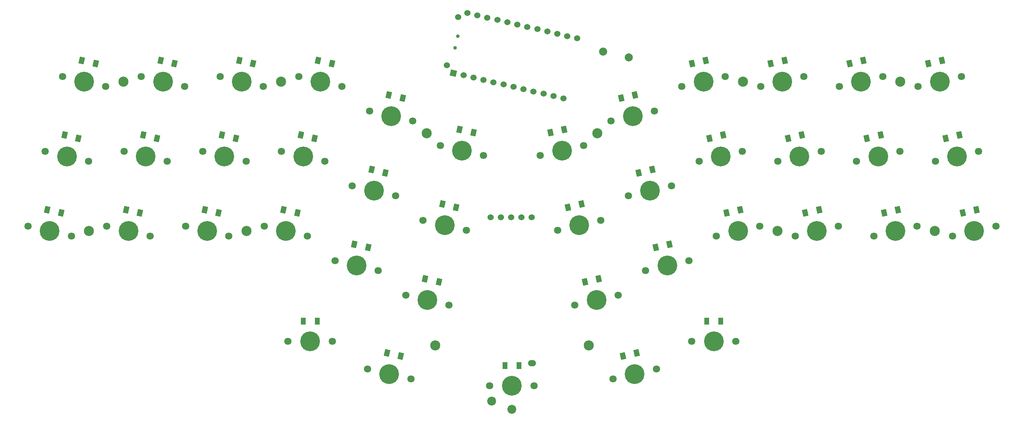
<source format=gts>
G04 #@! TF.GenerationSoftware,KiCad,Pcbnew,(6.0.8-1)-1*
G04 #@! TF.CreationDate,2023-02-22T13:24:55+02:00*
G04 #@! TF.ProjectId,r41l2,7234316c-322e-46b6-9963-61645f706362,rev?*
G04 #@! TF.SameCoordinates,Original*
G04 #@! TF.FileFunction,Soldermask,Top*
G04 #@! TF.FilePolarity,Negative*
%FSLAX46Y46*%
G04 Gerber Fmt 4.6, Leading zero omitted, Abs format (unit mm)*
G04 Created by KiCad (PCBNEW (6.0.8-1)-1) date 2023-02-22 13:24:55*
%MOMM*%
%LPD*%
G01*
G04 APERTURE LIST*
G04 Aperture macros list*
%AMRotRect*
0 Rectangle, with rotation*
0 The origin of the aperture is its center*
0 $1 length*
0 $2 width*
0 $3 Rotation angle, in degrees counterclockwise*
0 Add horizontal line*
21,1,$1,$2,0,0,$3*%
G04 Aperture macros list end*
%ADD10R,1.300000X1.700000*%
%ADD11C,2.500000*%
%ADD12O,2.000000X1.500000*%
%ADD13C,1.800000*%
%ADD14C,4.900000*%
%ADD15C,2.200000*%
%ADD16C,1.524000*%
%ADD17RotRect,1.524000X1.524000X347.000000*%
%ADD18RotRect,1.300000X1.700000X167.000000*%
%ADD19RotRect,1.300000X1.700000X193.000000*%
%ADD20C,2.000000*%
%ADD21C,0.900000*%
G04 APERTURE END LIST*
D10*
X147707283Y-71310418D03*
X144207283Y-71310418D03*
D11*
X80226390Y-37992954D03*
X167100724Y-13789101D03*
X88774530Y-966891D03*
X124813846Y-13789101D03*
X211688180Y-37992954D03*
X164957284Y-66310642D03*
X41226834Y-37992954D03*
X126957285Y-66310642D03*
X49774974Y-966891D03*
X250687736Y-37992954D03*
X242139596Y-966891D03*
X203140040Y-966891D03*
D12*
X150957285Y-70760419D03*
D13*
X151457285Y-76310419D03*
D14*
X145957285Y-76310419D03*
D13*
X140457285Y-76310419D03*
D15*
X140957285Y-80110419D03*
X145957285Y-82210419D03*
D10*
X197673144Y-60326672D03*
X194173144Y-60326672D03*
D13*
X190423139Y-65326673D03*
D14*
X195923139Y-65326673D03*
D13*
X201423139Y-65326673D03*
X101491426Y-65326672D03*
D14*
X95991426Y-65326672D03*
D13*
X90491426Y-65326672D03*
D10*
X97741427Y-60326673D03*
X94241427Y-60326673D03*
D16*
X129849345Y3115159D03*
D17*
X131486440Y1173118D03*
D16*
X133961340Y601742D03*
X136436240Y30367D03*
X138911140Y-541009D03*
X141386040Y-1112385D03*
X143860940Y-1683760D03*
X146335840Y-2255136D03*
X148810740Y-2826512D03*
X151285640Y-3397887D03*
X153760540Y-3969263D03*
X156235440Y-4540639D03*
X158710340Y-5112014D03*
X162138594Y9737385D03*
X159663694Y10308761D03*
X157188794Y10880137D03*
X154713894Y11451512D03*
X152238994Y12022888D03*
X149764094Y12594264D03*
X147289194Y13165639D03*
X144814294Y13737015D03*
X142339394Y14308391D03*
X139864494Y14879766D03*
X137389594Y15451142D03*
X134914694Y16022518D03*
X132591949Y14994678D03*
D14*
X129302915Y-36576199D03*
D13*
X134661950Y-37813430D03*
X123943880Y-35338968D03*
D18*
X132132824Y-32098013D03*
X128722528Y-31310685D03*
X127858752Y-50611044D03*
X124448456Y-49823716D03*
D13*
X119669810Y-53851997D03*
D14*
X125028845Y-55089228D03*
D13*
X130387880Y-56326459D03*
X138936021Y-19300401D03*
X128217951Y-16825939D03*
D14*
X133576986Y-18063170D03*
D18*
X136406895Y-13584982D03*
X132996599Y-12797654D03*
X114606534Y-23549872D03*
X111196238Y-22762544D03*
D14*
X111776633Y-28028057D03*
D13*
X117135668Y-29265288D03*
X106417598Y-26790826D03*
D18*
X110332467Y-42062908D03*
X106922171Y-41275580D03*
D13*
X112861599Y-47778324D03*
X102143529Y-45303862D03*
D14*
X107502564Y-46541093D03*
D18*
X118880605Y-5036840D03*
X115470309Y-4249512D03*
D13*
X121409738Y-10752262D03*
X110691668Y-8277800D03*
D14*
X116050703Y-9515031D03*
X89976278Y-37992952D03*
D13*
X95335313Y-39230183D03*
X84617243Y-36755721D03*
D18*
X92806181Y-33514765D03*
X89395885Y-32727437D03*
D13*
X93165384Y270341D03*
X103883454Y-2204121D03*
D14*
X98524419Y-966890D03*
D18*
X101354322Y3511298D03*
X97944026Y4298626D03*
D13*
X88891314Y-18242690D03*
D14*
X94250349Y-19479921D03*
D13*
X99609384Y-20717152D03*
D18*
X97080251Y-15001730D03*
X93669955Y-14214402D03*
D14*
X79024642Y-966889D03*
D13*
X73665607Y270342D03*
X84383677Y-2204120D03*
D18*
X81854544Y3511296D03*
X78444248Y4298624D03*
D13*
X80109602Y-20717150D03*
D14*
X74750567Y-19479919D03*
D13*
X69391532Y-18242688D03*
D18*
X77580474Y-15001733D03*
X74170178Y-14214405D03*
D14*
X70476498Y-37992950D03*
D13*
X75835533Y-39230181D03*
X65117463Y-36755719D03*
D18*
X73306404Y-33514764D03*
X69896108Y-32727436D03*
D13*
X49891757Y-18242689D03*
D14*
X55250792Y-19479920D03*
D13*
X60609827Y-20717151D03*
D18*
X58080696Y-15001733D03*
X54670400Y-14214405D03*
D14*
X59524864Y-966886D03*
D13*
X64883899Y-2204117D03*
X54165829Y270345D03*
D18*
X62354766Y3511297D03*
X58944470Y4298625D03*
X53806627Y-33514765D03*
X50396331Y-32727437D03*
D14*
X50976721Y-37992948D03*
D13*
X56335756Y-39230179D03*
X45617686Y-36755717D03*
X41110045Y-20717150D03*
X30391975Y-18242688D03*
D14*
X35751010Y-19479919D03*
D18*
X34306847Y-33514765D03*
X30896551Y-32727437D03*
D13*
X26117906Y-36755717D03*
D14*
X31476941Y-37992948D03*
D13*
X36835976Y-39230179D03*
X34666045Y270340D03*
X45384115Y-2204122D03*
D14*
X40025080Y-966891D03*
D18*
X42854989Y3511298D03*
X39444693Y4298626D03*
X118393637Y-68951933D03*
X114983341Y-68164605D03*
D14*
X115563736Y-73430120D03*
D13*
X120922771Y-74667351D03*
X110204701Y-72192889D03*
D19*
X176836986Y-68186362D03*
X173426690Y-68973690D03*
D13*
X170991800Y-74667349D03*
D14*
X176350835Y-73430118D03*
D13*
X181709870Y-72192887D03*
D18*
X38580918Y-15001733D03*
X35170622Y-14214405D03*
D13*
X255078590Y-39230186D03*
X265796660Y-36755724D03*
D14*
X260437625Y-37992955D03*
D19*
X261018018Y-32727437D03*
X257607722Y-33514765D03*
D13*
X227030672Y-2204118D03*
X237748742Y270344D03*
D14*
X232389707Y-966887D03*
D19*
X232970102Y4298626D03*
X229559806Y3511298D03*
D13*
X246296883Y-36755722D03*
X235578813Y-39230184D03*
D14*
X240937848Y-37992953D03*
D19*
X241518240Y-32727436D03*
X238107944Y-33514764D03*
D14*
X236663778Y-19479921D03*
D13*
X242022813Y-18242690D03*
X231304743Y-20717152D03*
D19*
X237244169Y-14214403D03*
X233833873Y-15001731D03*
D13*
X257248520Y270341D03*
D14*
X251889485Y-966890D03*
D13*
X246530450Y-2204121D03*
D19*
X252469878Y4298625D03*
X249059582Y3511297D03*
D13*
X250804521Y-20717148D03*
D14*
X256163556Y-19479917D03*
D13*
X261522591Y-18242686D03*
D19*
X256743947Y-14214405D03*
X253333651Y-15001733D03*
D13*
X211804964Y-20717151D03*
D14*
X217163999Y-19479920D03*
D13*
X222523034Y-18242689D03*
D19*
X217744392Y-14214407D03*
X214334096Y-15001735D03*
D13*
X216079035Y-39230182D03*
D14*
X221438070Y-37992951D03*
D13*
X226797105Y-36755720D03*
D19*
X222018461Y-32727436D03*
X218608165Y-33514764D03*
X213470322Y4298624D03*
X210060026Y3511296D03*
D14*
X212889930Y-966889D03*
D13*
X218248965Y270342D03*
X207530895Y-2204120D03*
X188031116Y-2204123D03*
D14*
X193390151Y-966892D03*
D13*
X198749186Y270339D03*
D19*
X193970546Y4298628D03*
X190560250Y3511300D03*
D13*
X192305185Y-20717151D03*
D14*
X197664220Y-19479920D03*
D13*
X203023255Y-18242689D03*
D19*
X198244614Y-14214403D03*
X194834318Y-15001731D03*
D14*
X201938291Y-37992953D03*
D13*
X196579256Y-39230184D03*
X207297326Y-36755722D03*
D19*
X202518683Y-32727437D03*
X199108387Y-33514765D03*
X184992401Y-41275577D03*
X181582105Y-42062905D03*
D13*
X179052970Y-47778322D03*
D14*
X184412005Y-46541091D03*
D13*
X189771040Y-45303860D03*
X181222900Y-8277799D03*
X170504830Y-10752261D03*
D14*
X175863865Y-9515030D03*
D19*
X176444258Y-4249515D03*
X173033962Y-5036843D03*
X180718329Y-22762544D03*
X177308033Y-23549872D03*
D13*
X185496971Y-26790826D03*
D14*
X180137936Y-28028057D03*
D13*
X174778901Y-29265288D03*
D19*
X163192045Y-31310687D03*
X159781749Y-32098015D03*
D13*
X167970689Y-35338969D03*
D14*
X162611654Y-36576200D03*
D13*
X157252619Y-37813431D03*
D19*
X167466117Y-49823716D03*
X164055821Y-50611044D03*
D13*
X161526688Y-56326464D03*
D14*
X166885723Y-55089233D03*
D13*
X172244758Y-53852002D03*
D19*
X158917976Y-12797654D03*
X155507680Y-13584982D03*
D14*
X158337582Y-18063166D03*
D13*
X152978547Y-19300397D03*
X163696617Y-16825935D03*
D20*
X174900000Y5000000D03*
X168566594Y6462182D03*
D16*
X150813654Y-34630174D03*
X148273654Y-34630174D03*
X145733654Y-34630174D03*
X143193654Y-34630174D03*
X140653654Y-34630174D03*
D21*
X132548034Y10287924D03*
X131873180Y7364814D03*
M02*

</source>
